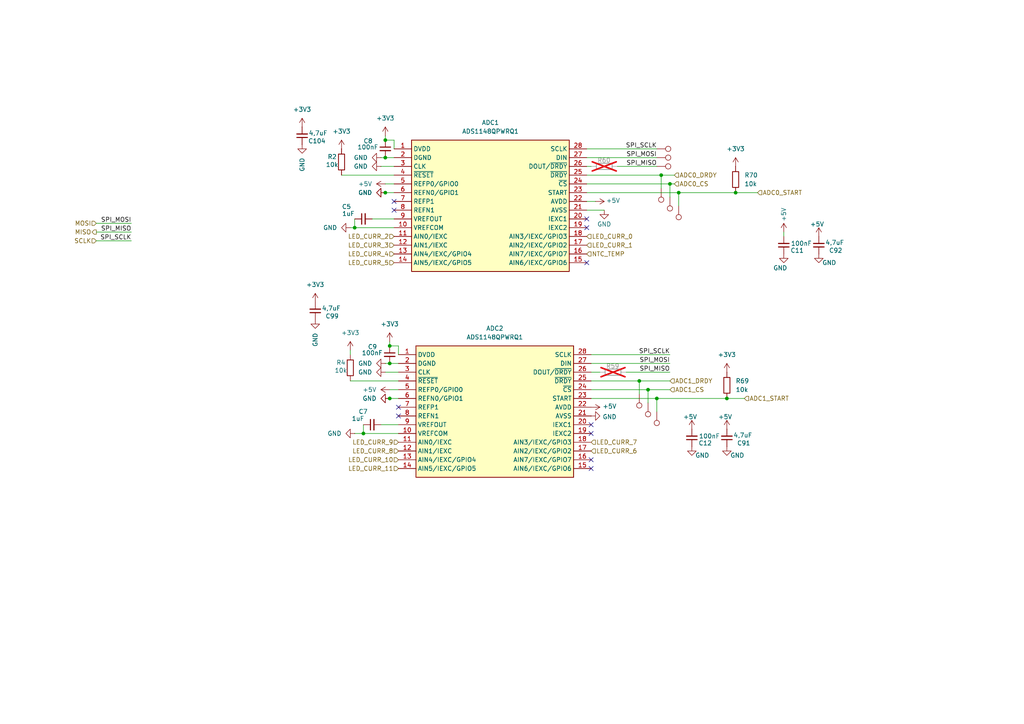
<source format=kicad_sch>
(kicad_sch (version 20250114) (generator "eeschema") (generator_version "9.0")
  (paper "A4")
  (lib_symbols
    (symbol "ADS1148QPWRQ1:ADS1148QPWRQ1"
      (property "Reference" "IC" (at 52.07 7.62 0))
      (property "Value" "ADS1148QPWRQ1" (at 52.07 5.08 0))
      (symbol "ADS1148QPWRQ1_1_1"
        (rectangle (start 5.08 2.54) (end 50.8 -35.56) (stroke (width 0.254)) (fill (type background)))
        (pin passive line (at 0 0 0) (length 5.08) (name "DVDD") (number "1"))
        (pin passive line (at 0 -2.54 0) (length 5.08) (name "DGND") (number "2"))
        (pin passive line (at 0 -5.08 0) (length 5.08) (name "CLK") (number "3"))
        (pin passive line (at 0 -7.62 0) (length 5.08) (name "~{RESET}") (number "4"))
        (pin passive line (at 0 -10.16 0) (length 5.08) (name "REFP0/GPIO0") (number "5"))
        (pin passive line (at 0 -12.7 0) (length 5.08) (name "REFN0/GPIO1") (number "6"))
        (pin passive line (at 0 -15.24 0) (length 5.08) (name "REFP1") (number "7"))
        (pin passive line (at 0 -17.78 0) (length 5.08) (name "REFN1") (number "8"))
        (pin passive line (at 0 -20.32 0) (length 5.08) (name "VREFOUT") (number "9"))
        (pin passive line (at 0 -22.86 0) (length 5.08) (name "VREFCOM") (number "10"))
        (pin passive line (at 0 -25.4 0) (length 5.08) (name "AIN0/IEXC") (number "11"))
        (pin passive line (at 0 -27.94 0) (length 5.08) (name "AIN1/IEXC") (number "12"))
        (pin passive line (at 0 -30.48 0) (length 5.08) (name "AIN4/IEXC/GPIO4") (number "13"))
        (pin passive line (at 0 -33.02 0) (length 5.08) (name "AIN5/IEXC/GPIO5") (number "14"))
        (pin passive line (at 55.88 0 180) (length 5.08) (name "SCLK") (number "28"))
        (pin passive line (at 55.88 -2.54 180) (length 5.08) (name "DIN") (number "27"))
        (pin passive line (at 55.88 -5.08 180) (length 5.08) (name "DOUT/~{DRDY}") (number "26"))
        (pin passive line (at 55.88 -7.62 180) (length 5.08) (name "~{DRDY}") (number "25"))
        (pin passive line (at 55.88 -10.16 180) (length 5.08) (name "~{CS}") (number "24"))
        (pin passive line (at 55.88 -12.7 180) (length 5.08) (name "START") (number "23"))
        (pin passive line (at 55.88 -15.24 180) (length 5.08) (name "AVDD") (number "22"))
        (pin passive line (at 55.88 -17.78 180) (length 5.08) (name "AVSS") (number "21"))
        (pin passive line (at 55.88 -20.32 180) (length 5.08) (name "IEXC1") (number "20"))
        (pin passive line (at 55.88 -22.86 180) (length 5.08) (name "IEXC2") (number "19"))
        (pin passive line (at 55.88 -25.4 180) (length 5.08) (name "AIN3/IEXC/GPIO3") (number "18"))
        (pin passive line (at 55.88 -27.94 180) (length 5.08) (name "AIN2/IEXC/GPIO2") (number "17"))
        (pin passive line (at 55.88 -30.48 180) (length 5.08) (name "AIN7/IEXC/GPIO7") (number "16"))
        (pin passive line (at 55.88 -33.02 180) (length 5.08) (name "AIN6/IEXC/GPIO6") (number "15"))
      )
    )
    (symbol "Connector:TestPoint" (pin_numbers (hide yes)) (pin_names (offset 0.762) (hide yes))
      (property "Reference" "TP" (at 0 6.858 0))
      (property "Value" "TestPoint" (at 0 5.08 0))
      (symbol "TestPoint_0_1"
        (circle (center 0 3.302) (radius 0.762))
      )
      (symbol "TestPoint_1_1"
        (pin passive line (at 0 0 90) (length 2.54) (name "1") (number "1"))
      )
    )
    (symbol "Device:C_Small" (pin_numbers (hide yes)) (pin_names (offset 0.254) (hide yes))
      (property "Reference" "C" (at 0.254 1.778 0))
      (property "Value" "C_Small" (at 0.254 -2.032 0))
      (symbol "C_Small_0_1"
        (polyline (pts (xy -1.524 0.508) (xy 1.524 0.508)) (stroke (width 0.3048)))
        (polyline (pts (xy -1.524 -0.508) (xy 1.524 -0.508)) (stroke (width 0.3302)))
      )
      (symbol "C_Small_1_1"
        (pin passive line (at 0 2.54 270) (length 2.032) (name "~") (number "1"))
        (pin passive line (at 0 -2.54 90) (length 2.032) (name "~") (number "2"))
      )
    )
    (symbol "PCM_SL_Resistors:Resistor"
      (property "Reference" "R" (at 0 5.08 0))
      (property "Value" "Resistor" (at 0 2.54 0))
      (symbol "Resistor_0_1"
        (rectangle (start -2.286 0.889) (end 2.286 -0.889) (stroke (width 0.24)))
      )
      (symbol "Resistor_1_1"
        (pin passive line (at -3.81 0 0) (length 1.5) (name "") (number "1"))
        (pin passive line (at 3.81 0 180) (length 1.5) (name "~") (number "2"))
      )
    )
    (symbol "power:+3V3" (power) (pin_numbers (hide yes)) (pin_names (offset 0) (hide yes))
      (property "Value" "+3V3" (at 0 3.556 0))
      (symbol "+3V3_0_1"
        (polyline (pts (xy -0.762 1.27) (xy 0 2.54)))
        (polyline (pts (xy 0 2.54) (xy 0.762 1.27)))
        (polyline (pts (xy 0 0) (xy 0 2.54)))
      )
      (symbol "+3V3_1_1"
        (pin power_in line (at 0 0 90) (length 0) (name "~") (number "1"))
      )
    )
    (symbol "power:+5V" (power) (pin_numbers (hide yes)) (pin_names (offset 0) (hide yes))
      (property "Value" "+5V" (at 0 3.556 0))
      (symbol "+5V_0_1"
        (polyline (pts (xy -0.762 1.27) (xy 0 2.54)))
        (polyline (pts (xy 0 2.54) (xy 0.762 1.27)))
        (polyline (pts (xy 0 0) (xy 0 2.54)))
      )
      (symbol "+5V_1_1"
        (pin power_in line (at 0 0 90) (length 0) (name "~") (number "1"))
      )
    )
    (symbol "power:GND" (power) (pin_numbers (hide yes)) (pin_names (offset 0) (hide yes))
      (property "Value" "GND" (at 0 -3.81 0))
      (symbol "GND_0_1"
        (polyline (pts (xy 0 0) (xy 0 -1.27) (xy 1.27 -1.27) (xy 0 -2.54) (xy -1.27 -1.27) (xy 0 -1.27)))
      )
      (symbol "GND_1_1"
        (pin power_in line (at 0 0 270) (length 0) (name "~") (number "1"))
      )
    )
  )
  (junction (at 111.76 55.88))
  (junction (at 210.82 115.57))
  (junction (at 196.85 55.88))
  (junction (at 190.5 115.57))
  (junction (at 102.87 66.04))
  (junction (at 187.96 113.03))
  (junction (at 213.36 55.88))
  (junction (at 105.41 125.73))
  (junction (at 113.03 100.33))
  (junction (at 113.03 105.41))
  (junction (at 191.77 50.8))
  (junction (at 185.42 110.49))
  (junction (at 194.31 53.34))
  (junction (at 113.03 115.57))
  (junction (at 111.76 40.64))
  (junction (at 111.76 45.72))
  (no_connect (at 115.57 120.65))
  (no_connect (at 171.45 135.89))
  (no_connect (at 114.3 60.96))
  (no_connect (at 170.18 66.04))
  (no_connect (at 171.45 133.35))
  (no_connect (at 171.45 125.73))
  (no_connect (at 170.18 76.2))
  (no_connect (at 170.18 63.5))
  (no_connect (at 171.45 123.19))
  (no_connect (at 115.57 118.11))
  (no_connect (at 114.3 58.42))
  (wire (pts (xy 114.3 40.64) (xy 111.76 40.64)))
  (wire (pts (xy 187.96 113.03) (xy 194.31 113.03)))
  (wire (pts (xy 187.96 113.03) (xy 187.96 116.84)))
  (wire (pts (xy 111.76 53.34) (xy 114.3 53.34)))
  (wire (pts (xy 195.58 53.34) (xy 194.31 53.34)))
  (wire (pts (xy 171.45 105.41) (xy 194.31 105.41)))
  (wire (pts (xy 101.6 101.6) (xy 101.6 102.87)))
  (wire (pts (xy 170.18 53.34) (xy 194.31 53.34)))
  (wire (pts (xy 185.42 114.3) (xy 185.42 110.49)))
  (wire (pts (xy 173.99 107.95) (xy 171.45 107.95)))
  (wire (pts (xy 196.85 59.69) (xy 196.85 55.88)))
  (wire (pts (xy 115.57 100.33) (xy 115.57 102.87)))
  (wire (pts (xy 185.42 110.49) (xy 194.31 110.49)))
  (wire (pts (xy 171.45 102.87) (xy 194.31 102.87)))
  (wire (pts (xy 190.5 115.57) (xy 210.82 115.57)))
  (wire (pts (xy 38.1 64.77) (xy 27.94 64.77)))
  (wire (pts (xy 170.18 50.8) (xy 191.77 50.8)))
  (wire (pts (xy 101.6 110.49) (xy 115.57 110.49)))
  (wire (pts (xy 113.03 113.03) (xy 115.57 113.03)))
  (wire (pts (xy 196.85 55.88) (xy 213.36 55.88)))
  (wire (pts (xy 194.31 107.95) (xy 181.61 107.95)))
  (wire (pts (xy 227.33 67.31) (xy 227.33 68.58)))
  (wire (pts (xy 170.18 58.42) (xy 172.72 58.42)))
  (wire (pts (xy 102.87 63.5) (xy 102.87 66.04)))
  (wire (pts (xy 105.41 123.19) (xy 105.41 125.73)))
  (wire (pts (xy 113.03 115.57) (xy 115.57 115.57)))
  (wire (pts (xy 190.5 119.38) (xy 190.5 115.57)))
  (wire (pts (xy 194.31 57.15) (xy 194.31 53.34)))
  (wire (pts (xy 110.49 123.19) (xy 115.57 123.19)))
  (wire (pts (xy 114.3 40.64) (xy 114.3 43.18)))
  (wire (pts (xy 191.77 50.8) (xy 191.77 54.61)))
  (wire (pts (xy 171.45 115.57) (xy 190.5 115.57)))
  (wire (pts (xy 110.49 45.72) (xy 111.76 45.72)))
  (wire (pts (xy 179.07 48.26) (xy 190.5 48.26)))
  (wire (pts (xy 170.18 43.18) (xy 190.5 43.18)))
  (wire (pts (xy 111.76 107.95) (xy 115.57 107.95)))
  (wire (pts (xy 101.6 66.04) (xy 102.87 66.04)))
  (wire (pts (xy 170.18 55.88) (xy 196.85 55.88)))
  (wire (pts (xy 171.45 113.03) (xy 187.96 113.03)))
  (wire (pts (xy 113.03 100.33) (xy 113.03 99.06)))
  (wire (pts (xy 105.41 125.73) (xy 115.57 125.73)))
  (wire (pts (xy 115.57 100.33) (xy 113.03 100.33)))
  (wire (pts (xy 102.87 125.73) (xy 105.41 125.73)))
  (wire (pts (xy 111.76 45.72) (xy 114.3 45.72)))
  (wire (pts (xy 170.18 48.26) (xy 171.45 48.26)))
  (wire (pts (xy 171.45 110.49) (xy 185.42 110.49)))
  (wire (pts (xy 210.82 115.57) (xy 215.9 115.57)))
  (wire (pts (xy 110.49 48.26) (xy 114.3 48.26)))
  (wire (pts (xy 213.36 55.88) (xy 219.71 55.88)))
  (wire (pts (xy 27.94 69.85) (xy 38.1 69.85)))
  (wire (pts (xy 175.26 60.96) (xy 170.18 60.96)))
  (wire (pts (xy 27.94 67.31) (xy 38.1 67.31)))
  (wire (pts (xy 191.77 50.8) (xy 195.58 50.8)))
  (wire (pts (xy 99.06 50.8) (xy 114.3 50.8)))
  (wire (pts (xy 111.76 55.88) (xy 114.3 55.88)))
  (wire (pts (xy 111.76 40.64) (xy 111.76 39.37)))
  (wire (pts (xy 170.18 45.72) (xy 190.5 45.72)))
  (wire (pts (xy 113.03 105.41) (xy 115.57 105.41)))
  (wire (pts (xy 107.95 63.5) (xy 114.3 63.5)))
  (wire (pts (xy 111.76 105.41) (xy 113.03 105.41)))
  (wire (pts (xy 102.87 66.04) (xy 114.3 66.04)))
  (label "SPI_MOSI" (at 190.5 45.72 180))
  (label "SPI_SCLK" (at 194.31 102.87 180))
  (label "SPI_MISO" (at 190.5 48.26 180))
  (label "SPI_MOSI" (at 194.31 105.41 180))
  (label "SPI_MOSI" (at 38.1 64.77 180))
  (label "SPI_MISO" (at 194.31 107.95 180))
  (label "SPI_SCLK" (at 190.5 43.18 180))
  (label "SPI_SCLK" (at 38.1 69.85 180))
  (label "SPI_MISO" (at 38.1 67.31 180))
  (hierarchical_label "LED_CURR_10" (shape input) (at 115.57 133.35 180))
  (hierarchical_label "LED_CURR_1" (shape input) (at 170.18 71.12 0))
  (hierarchical_label "NTC_TEMP" (shape input) (at 170.18 73.66 0))
  (hierarchical_label "ADC1_START" (shape input) (at 215.9 115.57 0))
  (hierarchical_label "LED_CURR_6" (shape input) (at 171.45 130.81 0))
  (hierarchical_label "LED_CURR_2" (shape input) (at 114.3 68.58 180))
  (hierarchical_label "MOSI" (shape input) (at 27.94 64.77 180))
  (hierarchical_label "MISO" (shape output) (at 27.94 67.31 180))
  (hierarchical_label "LED_CURR_11" (shape input) (at 115.57 135.89 180))
  (hierarchical_label "ADC0_DRDY" (shape input) (at 195.58 50.8 0))
  (hierarchical_label "ADC1_DRDY" (shape input) (at 194.31 110.49 0))
  (hierarchical_label "LED_CURR_4" (shape input) (at 114.3 73.66 180))
  (hierarchical_label "SCLK" (shape input) (at 27.94 69.85 180))
  (hierarchical_label "ADC0_CS" (shape input) (at 195.58 53.34 0))
  (hierarchical_label "LED_CURR_5" (shape input) (at 114.3 76.2 180))
  (hierarchical_label "LED_CURR_3" (shape input) (at 114.3 71.12 180))
  (hierarchical_label "ADC0_START" (shape input) (at 219.71 55.88 0))
  (hierarchical_label "ADC1_CS" (shape input) (at 194.31 113.03 0))
  (hierarchical_label "LED_CURR_8" (shape input) (at 115.57 130.81 180))
  (hierarchical_label "LED_CURR_0" (shape input) (at 170.18 68.58 0))
  (hierarchical_label "LED_CURR_9" (shape input) (at 115.57 128.27 180))
  (hierarchical_label "LED_CURR_7" (shape input) (at 171.45 128.27 0))
  (symbol (lib_id "PCM_SL_Resistors:Resistor") (at 213.36 52.07 90) (unit 1)
    (property "Reference" "R70" (at 215.9 50.7999 90) (effects (justify right)))
    (property "Value" "10k" (at 215.9 53.3399 90) (effects (justify right)))
    (property "Footprint" "Resistor_SMD:R_0603_1608Metric_Pad0.98x0.95mm_HandSolder" (effects (hide yes)))
    (property "Description" "1/4W Resistor" (effects (hide yes)))
    (property "LCSC" "C25804" (effects (hide yes)))
  )
  (symbol (lib_id "Connector:TestPoint") (at 190.5 119.38 0) (mirror x) (unit 1)
    (property "Reference" "TP21" (effects (hide yes)))
    (property "Value" "TestPoint" (effects (hide yes)))
    (property "Footprint" "TestPoint:TestPoint_Pad_D2.0mm" (effects (hide yes)))
    (property "Description" "test point" (effects (hide yes)))
  )
  (symbol (lib_id "power:+5V") (at 200.66 124.46 0) (unit 1)
    (property "Reference" "#PWR042" (effects (hide yes)))
    (property "Value" "+5V" (at 198.12 120.904 0) (effects (justify left)))
    (property "Description" "Power symbol creates a global label with name \"+5V\"" (effects (hide yes)))
  )
  (symbol (lib_id "Device:C_Small") (at 111.76 43.18 0) (unit 1)
    (property "Reference" "C8" (at 105.41 40.894 0) (effects (justify left)))
    (property "Value" "100nF" (at 103.632 42.672 0) (effects (justify left)))
    (property "Footprint" "Capacitor_SMD:C_0603_1608Metric_Pad1.08x0.95mm_HandSolder" (effects (hide yes)))
    (property "Description" "Unpolarized capacitor, small symbol" (effects (hide yes)))
    (property "LCSC" "C14663" (effects (hide yes)))
  )
  (symbol (lib_id "Device:C_Small") (at 113.03 102.87 0) (unit 1)
    (property "Reference" "C9" (at 106.68 100.584 0) (effects (justify left)))
    (property "Value" "100nF" (at 104.902 102.362 0) (effects (justify left)))
    (property "Footprint" "Capacitor_SMD:C_0603_1608Metric_Pad1.08x0.95mm_HandSolder" (effects (hide yes)))
    (property "Description" "Unpolarized capacitor, small symbol" (effects (hide yes)))
    (property "LCSC" "C14663" (effects (hide yes)))
  )
  (symbol (lib_id "power:+5V") (at 171.45 118.11 270) (unit 1)
    (property "Reference" "#PWR0222" (effects (hide yes)))
    (property "Value" "+5V" (at 174.752 117.856 90) (effects (justify left)))
    (property "Description" "Power symbol creates a global label with name \"+5V\"" (effects (hide yes)))
  )
  (symbol (lib_id "Device:C_Small") (at 210.82 127 180) (unit 1)
    (property "Reference" "C91" (at 217.678 128.524 0) (effects (justify left)))
    (property "Value" "4,7uF" (at 218.186 126.238 0) (effects (justify left)))
    (property "Footprint" "Capacitor_SMD:C_0603_1608Metric_Pad1.08x0.95mm_HandSolder" (effects (hide yes)))
    (property "Description" "Unpolarized capacitor, small symbol" (effects (hide yes)))
    (property "LCSC" "C19666" (effects (hide yes)))
  )
  (symbol (lib_id "power:GND") (at 175.26 60.96 0) (unit 1)
    (property "Reference" "#PWR0221" (effects (hide yes)))
    (property "Value" "GND" (at 177.292 65.024 0) (effects (justify right)))
    (property "Description" "Power symbol creates a global label with name \"GND\" , ground" (effects (hide yes)))
  )
  (symbol (lib_id "Device:C_Small") (at 227.33 71.12 180) (unit 1)
    (property "Reference" "C11" (at 233.172 72.644 0) (effects (justify left)))
    (property "Value" "100nF" (at 235.458 70.612 0) (effects (justify left)))
    (property "Footprint" "Capacitor_SMD:C_0603_1608Metric_Pad1.08x0.95mm_HandSolder" (effects (hide yes)))
    (property "Description" "Unpolarized capacitor, small symbol" (effects (hide yes)))
    (property "LCSC" "C14663" (effects (hide yes)))
  )
  (symbol (lib_id "PCM_SL_Resistors:Resistor") (at 101.6 106.68 90) (unit 1)
    (property "Reference" "R4" (at 97.536 105.156 90) (effects (justify right)))
    (property "Value" "10k" (at 97.028 107.442 90) (effects (justify right)))
    (property "Footprint" "Resistor_SMD:R_0603_1608Metric_Pad0.98x0.95mm_HandSolder" (effects (hide yes)))
    (property "Description" "1/4W Resistor" (effects (hide yes)))
    (property "LCSC" "C25804" (effects (hide yes)))
  )
  (symbol (lib_id "PCM_SL_Resistors:Resistor") (at 175.26 48.26 180) (unit 1) (in_bom no) (dnp yes)
    (property "Reference" "R60" (at 173.228 46.482 0) (effects (justify right)))
    (property "Value" "NMT" (effects (hide yes)))
    (property "Footprint" "Resistor_SMD:R_0402_1005Metric" (effects (hide yes)))
    (property "Description" "1/4W Resistor" (effects (hide yes)))
  )
  (symbol (lib_id "power:GND") (at 110.49 45.72 270) (unit 1)
    (property "Reference" "#PWR020" (effects (hide yes)))
    (property "Value" "GND" (at 106.68 45.7199 90) (effects (justify right)))
    (property "Description" "Power symbol creates a global label with name \"GND\" , ground" (effects (hide yes)))
  )
  (symbol (lib_id "power:+3V3") (at 210.82 107.95 0) (unit 1)
    (property "Reference" "#PWR0227" (effects (hide yes)))
    (property "Value" "+3V3" (at 210.82 102.87 0))
    (property "Description" "Power symbol creates a global label with name \"+3V3\"" (effects (hide yes)))
  )
  (symbol (lib_id "power:+5V") (at 113.03 113.03 90) (unit 1)
    (property "Reference" "#PWR031" (effects (hide yes)))
    (property "Value" "+5V" (at 109.22 113.0301 90) (effects (justify left)))
    (property "Description" "Power symbol creates a global label with name \"+5V\"" (effects (hide yes)))
  )
  (symbol (lib_id "power:GND") (at 102.87 125.73 270) (unit 1)
    (property "Reference" "#PWR018" (effects (hide yes)))
    (property "Value" "GND" (at 99.06 125.7299 90) (effects (justify right)))
    (property "Description" "Power symbol creates a global label with name \"GND\" , ground" (effects (hide yes)))
  )
  (symbol (lib_id "power:GND") (at 101.6 66.04 270) (unit 1)
    (property "Reference" "#PWR017" (effects (hide yes)))
    (property "Value" "GND" (at 97.79 66.0399 90) (effects (justify right)))
    (property "Description" "Power symbol creates a global label with name \"GND\" , ground" (effects (hide yes)))
  )
  (symbol (lib_id "power:+5V") (at 227.33 67.31 0) (unit 1)
    (property "Reference" "#PWR041" (effects (hide yes)))
    (property "Value" "+5V" (at 227.33 64.262 90) (effects (justify left)))
    (property "Description" "Power symbol creates a global label with name \"+5V\"" (effects (hide yes)))
  )
  (symbol (lib_id "Connector:TestPoint") (at 190.5 48.26 270) (unit 1)
    (property "Reference" "TP18" (effects (hide yes)))
    (property "Value" "TestPoint" (effects (hide yes)))
    (property "Footprint" "TestPoint:TestPoint_Pad_D2.0mm" (effects (hide yes)))
    (property "Description" "test point" (effects (hide yes)))
  )
  (symbol (lib_id "power:+3V3") (at 113.03 99.06 0) (unit 1)
    (property "Reference" "#PWR030" (effects (hide yes)))
    (property "Value" "+3V3" (at 113.03 93.98 0))
    (property "Description" "Power symbol creates a global label with name \"+3V3\"" (effects (hide yes)))
  )
  (symbol (lib_id "ADS1148QPWRQ1:ADS1148QPWRQ1") (at 115.57 102.87 0) (unit 1)
    (property "Reference" "ADC2" (at 143.51 95.25 0))
    (property "Value" "ADS1148QPWRQ1" (at 143.51 97.79 0))
    (property "Footprint" "Package_SO:TSSOP-28_4.4x9.7mm_P0.65mm" (effects (hide yes)))
    (property "Datasheet" "http://www.ti.com/lit/gpn/ads1148-q1" (effects (hide yes)))
    (property "Description" "Automotive 16-Bit 2kSPS 8-Ch ADC for Precision Sensor Measurement" (effects (hide yes)))
    (property "Height" "1.2" (effects (hide yes)))
    (property "Mouser Part Number" "595-ADS1148QPWRQ1" (effects (hide yes)))
    (property "Mouser Price/Stock" "https://www.mouser.co.uk/ProductDetail/Texas-Instruments/ADS1148QPWRQ1?qs=OEYMhS7p3YY0q%252BOtOLDMAQ%3D%3D" (effects (hide yes)))
    (property "Manufacturer_Name" "Texas Instruments" (effects (hide yes)))
    (property "Manufacturer_Part_Number" "ADS1148QPWRQ1" (effects (hide yes)))
  )
  (symbol (lib_id "PCM_SL_Resistors:Resistor") (at 99.06 46.99 90) (unit 1)
    (property "Reference" "R2" (at 94.996 45.466 90) (effects (justify right)))
    (property "Value" "10k" (at 94.488 47.752 90) (effects (justify right)))
    (property "Footprint" "Resistor_SMD:R_0603_1608Metric_Pad0.98x0.95mm_HandSolder" (effects (hide yes)))
    (property "Description" "1/4W Resistor" (effects (hide yes)))
    (property "LCSC" "C25804" (effects (hide yes)))
  )
  (symbol (lib_id "power:GND") (at 171.45 120.65 90) (unit 1)
    (property "Reference" "#PWR0223" (effects (hide yes)))
    (property "Value" "GND" (at 174.752 120.904 90) (effects (justify right)))
    (property "Description" "Power symbol creates a global label with name \"GND\" , ground" (effects (hide yes)))
  )
  (symbol (lib_id "power:+5V") (at 237.49 68.58 0) (unit 1)
    (property "Reference" "#PWR0228" (effects (hide yes)))
    (property "Value" "+5V" (at 234.95 65.024 0) (effects (justify left)))
    (property "Description" "Power symbol creates a global label with name \"+5V\"" (effects (hide yes)))
  )
  (symbol (lib_id "power:GND") (at 91.44 92.71 0) (unit 1)
    (property "Reference" "#PWR024" (effects (hide yes)))
    (property "Value" "GND" (at 91.4399 96.52 90) (effects (justify right)))
    (property "Description" "Power symbol creates a global label with name \"GND\" , ground" (effects (hide yes)))
  )
  (symbol (lib_id "ADS1148QPWRQ1:ADS1148QPWRQ1") (at 114.3 43.18 0) (unit 1)
    (property "Reference" "ADC1" (at 142.24 35.56 0))
    (property "Value" "ADS1148QPWRQ1" (at 142.24 38.1 0))
    (property "Footprint" "Package_SO:TSSOP-28_4.4x9.7mm_P0.65mm" (effects (hide yes)))
    (property "Datasheet" "http://www.ti.com/lit/gpn/ads1148-q1" (effects (hide yes)))
    (property "Description" "Automotive 16-Bit 2kSPS 8-Ch ADC for Precision Sensor Measurement" (effects (hide yes)))
    (property "Height" "1.2" (effects (hide yes)))
    (property "Mouser Part Number" "595-ADS1148QPWRQ1" (effects (hide yes)))
    (property "Mouser Price/Stock" "https://www.mouser.co.uk/ProductDetail/Texas-Instruments/ADS1148QPWRQ1?qs=OEYMhS7p3YY0q%252BOtOLDMAQ%3D%3D" (effects (hide yes)))
    (property "Manufacturer_Name" "Texas Instruments" (effects (hide yes)))
    (property "Manufacturer_Part_Number" "ADS1148QPWRQ1" (effects (hide yes)))
  )
  (symbol (lib_id "PCM_SL_Resistors:Resistor") (at 177.8 107.95 180) (unit 1) (in_bom no) (dnp yes)
    (property "Reference" "R59" (at 175.768 106.172 0) (effects (justify right)))
    (property "Value" "NMT" (effects (hide yes)))
    (property "Footprint" "Resistor_SMD:R_0402_1005Metric" (effects (hide yes)))
    (property "Description" "1/4W Resistor" (effects (hide yes)))
  )
  (symbol (lib_id "power:+3V3") (at 213.36 48.26 0) (unit 1)
    (property "Reference" "#PWR0224" (effects (hide yes)))
    (property "Value" "+3V3" (at 213.36 43.18 0))
    (property "Description" "Power symbol creates a global label with name \"+3V3\"" (effects (hide yes)))
  )
  (symbol (lib_id "power:+5V") (at 111.76 53.34 90) (unit 1)
    (property "Reference" "#PWR027" (effects (hide yes)))
    (property "Value" "+5V" (at 107.95 53.3401 90) (effects (justify left)))
    (property "Description" "Power symbol creates a global label with name \"+5V\"" (effects (hide yes)))
  )
  (symbol (lib_id "Connector:TestPoint") (at 190.5 43.18 270) (unit 1)
    (property "Reference" "TP16" (effects (hide yes)))
    (property "Value" "TestPoint" (effects (hide yes)))
    (property "Footprint" "TestPoint:TestPoint_Pad_D2.0mm" (effects (hide yes)))
    (property "Description" "test point" (effects (hide yes)))
  )
  (symbol (lib_id "power:+3V3") (at 111.76 39.37 0) (unit 1)
    (property "Reference" "#PWR026" (effects (hide yes)))
    (property "Value" "+3V3" (at 111.76 34.29 0))
    (property "Description" "Power symbol creates a global label with name \"+3V3\"" (effects (hide yes)))
  )
  (symbol (lib_id "Connector:TestPoint") (at 191.77 54.61 0) (mirror x) (unit 1)
    (property "Reference" "TP19" (effects (hide yes)))
    (property "Value" "TestPoint" (effects (hide yes)))
    (property "Footprint" "TestPoint:TestPoint_Pad_D2.0mm" (effects (hide yes)))
    (property "Description" "test point" (effects (hide yes)))
  )
  (symbol (lib_id "power:GND") (at 237.49 73.66 0) (unit 1)
    (property "Reference" "#PWR0229" (effects (hide yes)))
    (property "Value" "GND" (at 242.57 76.2 0) (effects (justify right)))
    (property "Description" "Power symbol creates a global label with name \"GND\" , ground" (effects (hide yes)))
  )
  (symbol (lib_id "power:+3V3") (at 101.6 101.6 0) (unit 1)
    (property "Reference" "#PWR016" (effects (hide yes)))
    (property "Value" "+3V3" (at 101.6 96.52 0))
    (property "Description" "Power symbol creates a global label with name \"+3V3\"" (effects (hide yes)))
  )
  (symbol (lib_id "power:GND") (at 113.03 115.57 270) (unit 1)
    (property "Reference" "#PWR032" (effects (hide yes)))
    (property "Value" "GND" (at 109.22 115.5699 90) (effects (justify right)))
    (property "Description" "Power symbol creates a global label with name \"GND\" , ground" (effects (hide yes)))
  )
  (symbol (lib_id "power:GND") (at 111.76 55.88 270) (unit 1)
    (property "Reference" "#PWR028" (effects (hide yes)))
    (property "Value" "GND" (at 107.95 55.8799 90) (effects (justify right)))
    (property "Description" "Power symbol creates a global label with name \"GND\" , ground" (effects (hide yes)))
  )
  (symbol (lib_id "power:GND") (at 111.76 105.41 270) (unit 1)
    (property "Reference" "#PWR022" (effects (hide yes)))
    (property "Value" "GND" (at 107.95 105.4099 90) (effects (justify right)))
    (property "Description" "Power symbol creates a global label with name \"GND\" , ground" (effects (hide yes)))
  )
  (symbol (lib_id "power:GND") (at 227.33 73.66 0) (unit 1)
    (property "Reference" "#PWR038" (effects (hide yes)))
    (property "Value" "GND" (at 228.346 77.724 0) (effects (justify right)))
    (property "Description" "Power symbol creates a global label with name \"GND\" , ground" (effects (hide yes)))
  )
  (symbol (lib_id "power:+5V") (at 210.82 124.46 0) (unit 1)
    (property "Reference" "#PWR0225" (effects (hide yes)))
    (property "Value" "+5V" (at 208.28 120.904 0) (effects (justify left)))
    (property "Description" "Power symbol creates a global label with name \"+5V\"" (effects (hide yes)))
  )
  (symbol (lib_id "Connector:TestPoint") (at 194.31 57.15 180) (unit 1)
    (property "Reference" "TP20" (effects (hide yes)))
    (property "Value" "TestPoint" (effects (hide yes)))
    (property "Footprint" "TestPoint:TestPoint_Pad_D2.0mm" (effects (hide yes)))
    (property "Description" "test point" (effects (hide yes)))
  )
  (symbol (lib_id "power:GND") (at 111.76 55.88 270) (unit 1)
    (property "Reference" "#PWR029" (effects (hide yes)))
    (property "Value" "GND" (at 107.95 55.8799 90) (effects (justify right)))
    (property "Description" "Power symbol creates a global label with name \"GND\" , ground" (effects (hide yes)))
  )
  (symbol (lib_id "Device:C_Small") (at 105.41 63.5 90) (unit 1)
    (property "Reference" "C5" (at 101.854 59.944 90) (effects (justify left)))
    (property "Value" "1uF" (at 102.87 61.976 90) (effects (justify left)))
    (property "Footprint" "Capacitor_SMD:C_0603_1608Metric_Pad1.08x0.95mm_HandSolder" (effects (hide yes)))
    (property "Description" "Unpolarized capacitor, small symbol" (effects (hide yes)))
    (property "LCSC" "C15849" (effects (hide yes)))
  )
  (symbol (lib_id "Connector:TestPoint") (at 187.96 116.84 0) (mirror x) (unit 1)
    (property "Reference" "TP27" (effects (hide yes)))
    (property "Value" "TestPoint" (effects (hide yes)))
    (property "Footprint" "TestPoint:TestPoint_Pad_D2.0mm" (effects (hide yes)))
    (property "Description" "test point" (effects (hide yes)))
  )
  (symbol (lib_id "power:+5V") (at 172.72 58.42 270) (unit 1)
    (property "Reference" "#PWR0220" (effects (hide yes)))
    (property "Value" "+5V" (at 175.768 58.166 90) (effects (justify left)))
    (property "Description" "Power symbol creates a global label with name \"+5V\"" (effects (hide yes)))
  )
  (symbol (lib_id "power:GND") (at 200.66 129.54 0) (unit 1)
    (property "Reference" "#PWR039" (effects (hide yes)))
    (property "Value" "GND" (at 205.74 132.08 0) (effects (justify right)))
    (property "Description" "Power symbol creates a global label with name \"GND\" , ground" (effects (hide yes)))
  )
  (symbol (lib_id "Device:C_Small") (at 91.44 90.17 180) (unit 1)
    (property "Reference" "C99" (at 98.298 91.694 0) (effects (justify left)))
    (property "Value" "4,7uF" (at 98.806 89.408 0) (effects (justify left)))
    (property "Footprint" "Capacitor_SMD:C_0603_1608Metric_Pad1.08x0.95mm_HandSolder" (effects (hide yes)))
    (property "Description" "Unpolarized capacitor, small symbol" (effects (hide yes)))
    (property "LCSC" "C19666" (effects (hide yes)))
  )
  (symbol (lib_id "power:+3V3") (at 99.06 43.18 0) (unit 1)
    (property "Reference" "#PWR014" (effects (hide yes)))
    (property "Value" "+3V3" (at 99.06 38.1 0))
    (property "Description" "Power symbol creates a global label with name \"+3V3\"" (effects (hide yes)))
  )
  (symbol (lib_id "power:+3V3") (at 87.63 36.83 0) (unit 1)
    (property "Reference" "#PWR035" (effects (hide yes)))
    (property "Value" "+3V3" (at 87.63 31.75 0))
    (property "Description" "Power symbol creates a global label with name \"+3V3\"" (effects (hide yes)))
  )
  (symbol (lib_id "power:GND") (at 113.03 115.57 270) (unit 1)
    (property "Reference" "#PWR033" (effects (hide yes)))
    (property "Value" "GND" (at 109.22 115.5699 90) (effects (justify right)))
    (property "Description" "Power symbol creates a global label with name \"GND\" , ground" (effects (hide yes)))
  )
  (symbol (lib_id "power:GND") (at 210.82 129.54 0) (unit 1)
    (property "Reference" "#PWR0226" (effects (hide yes)))
    (property "Value" "GND" (at 215.9 132.08 0) (effects (justify right)))
    (property "Description" "Power symbol creates a global label with name \"GND\" , ground" (effects (hide yes)))
  )
  (symbol (lib_id "power:GND") (at 110.49 48.26 270) (unit 1)
    (property "Reference" "#PWR021" (effects (hide yes)))
    (property "Value" "GND" (at 106.68 48.2599 90) (effects (justify right)))
    (property "Description" "Power symbol creates a global label with name \"GND\" , ground" (effects (hide yes)))
  )
  (symbol (lib_id "Device:C_Small") (at 237.49 71.12 180) (unit 1)
    (property "Reference" "C92" (at 244.348 72.644 0) (effects (justify left)))
    (property "Value" "4,7uF" (at 244.856 70.358 0) (effects (justify left)))
    (property "Footprint" "Capacitor_SMD:C_0603_1608Metric_Pad1.08x0.95mm_HandSolder" (effects (hide yes)))
    (property "Description" "Unpolarized capacitor, small symbol" (effects (hide yes)))
    (property "LCSC" "C19666" (effects (hide yes)))
  )
  (symbol (lib_id "power:GND") (at 87.63 41.91 0) (unit 1)
    (property "Reference" "#PWR025" (effects (hide yes)))
    (property "Value" "GND" (at 87.6299 45.72 90) (effects (justify right)))
    (property "Description" "Power symbol creates a global label with name \"GND\" , ground" (effects (hide yes)))
  )
  (symbol (lib_id "power:+3V3") (at 91.44 87.63 0) (unit 1)
    (property "Reference" "#PWR034" (effects (hide yes)))
    (property "Value" "+3V3" (at 91.44 82.55 0))
    (property "Description" "Power symbol creates a global label with name \"+3V3\"" (effects (hide yes)))
  )
  (symbol (lib_id "Device:C_Small") (at 200.66 127 180) (unit 1)
    (property "Reference" "C12" (at 206.502 128.524 0) (effects (justify left)))
    (property "Value" "100nF" (at 208.788 126.492 0) (effects (justify left)))
    (property "Footprint" "Capacitor_SMD:C_0603_1608Metric_Pad1.08x0.95mm_HandSolder" (effects (hide yes)))
    (property "Description" "Unpolarized capacitor, small symbol" (effects (hide yes)))
    (property "LCSC" "C14663" (effects (hide yes)))
  )
  (symbol (lib_id "Device:C_Small") (at 87.63 39.37 180) (unit 1)
    (property "Reference" "C104" (at 94.488 40.894 0) (effects (justify left)))
    (property "Value" "4,7uF" (at 94.996 38.608 0) (effects (justify left)))
    (property "Footprint" "Capacitor_SMD:C_0603_1608Metric_Pad1.08x0.95mm_HandSolder" (effects (hide yes)))
    (property "Description" "Unpolarized capacitor, small symbol" (effects (hide yes)))
    (property "LCSC" "C19666" (effects (hide yes)))
  )
  (symbol (lib_id "power:GND") (at 111.76 107.95 270) (unit 1)
    (property "Reference" "#PWR023" (effects (hide yes)))
    (property "Value" "GND" (at 107.95 107.9499 90) (effects (justify right)))
    (property "Description" "Power symbol creates a global label with name \"GND\" , ground" (effects (hide yes)))
  )
  (symbol (lib_id "Device:C_Small") (at 107.95 123.19 90) (unit 1)
    (property "Reference" "C7" (at 106.68 119.38 90) (effects (justify left)))
    (property "Value" "1uF" (at 105.664 121.412 90) (effects (justify left)))
    (property "Footprint" "Capacitor_SMD:C_0603_1608Metric_Pad1.08x0.95mm_HandSolder" (effects (hide yes)))
    (property "Description" "Unpolarized capacitor, small symbol" (effects (hide yes)))
    (property "LCSC" "C15849" (effects (hide yes)))
  )
  (symbol (lib_id "Connector:TestPoint") (at 185.42 114.3 0) (mirror x) (unit 1)
    (property "Reference" "TP28" (effects (hide yes)))
    (property "Value" "TestPoint" (effects (hide yes)))
    (property "Footprint" "TestPoint:TestPoint_Pad_D2.0mm" (effects (hide yes)))
    (property "Description" "test point" (effects (hide yes)))
  )
  (symbol (lib_id "PCM_SL_Resistors:Resistor") (at 210.82 111.76 90) (unit 1)
    (property "Reference" "R69" (at 213.36 110.4899 90) (effects (justify right)))
    (property "Value" "10k" (at 213.36 113.0299 90) (effects (justify right)))
    (property "Footprint" "Resistor_SMD:R_0603_1608Metric_Pad0.98x0.95mm_HandSolder" (effects (hide yes)))
    (property "Description" "1/4W Resistor" (effects (hide yes)))
    (property "LCSC" "C25804" (effects (hide yes)))
  )
  (symbol (lib_id "Connector:TestPoint") (at 196.85 59.69 180) (unit 1)
    (property "Reference" "TP29" (effects (hide yes)))
    (property "Value" "TestPoint" (effects (hide yes)))
    (property "Footprint" "TestPoint:TestPoint_Pad_D2.0mm" (effects (hide yes)))
    (property "Description" "test point" (effects (hide yes)))
  )
  (symbol (lib_id "Connector:TestPoint") (at 190.5 45.72 270) (unit 1)
    (property "Reference" "TP17" (effects (hide yes)))
    (property "Value" "TestPoint" (effects (hide yes)))
    (property "Footprint" "TestPoint:TestPoint_Pad_D2.0mm" (effects (hide yes)))
    (property "Description" "test point" (effects (hide yes)))
  )
)
</source>
